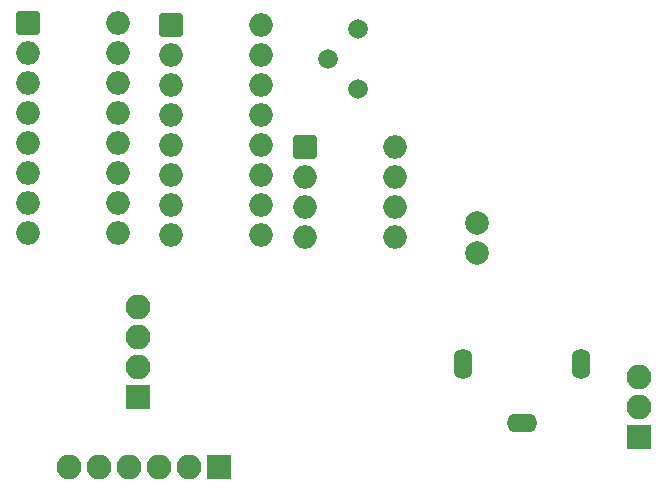
<source format=gbr>
G04 #@! TF.GenerationSoftware,KiCad,Pcbnew,7.0.6*
G04 #@! TF.CreationDate,2024-01-05T11:00:05+01:00*
G04 #@! TF.ProjectId,SN76849 Arduino nano shield,534e3736-3834-4392-9041-726475696e6f,20180905 0.7.06*
G04 #@! TF.SameCoordinates,Original*
G04 #@! TF.FileFunction,Soldermask,Top*
G04 #@! TF.FilePolarity,Negative*
%FSLAX46Y46*%
G04 Gerber Fmt 4.6, Leading zero omitted, Abs format (unit mm)*
G04 Created by KiCad (PCBNEW 7.0.6) date 2024-01-05 11:00:05*
%MOMM*%
%LPD*%
G01*
G04 APERTURE LIST*
G04 Aperture macros list*
%AMRoundRect*
0 Rectangle with rounded corners*
0 $1 Rounding radius*
0 $2 $3 $4 $5 $6 $7 $8 $9 X,Y pos of 4 corners*
0 Add a 4 corners polygon primitive as box body*
4,1,4,$2,$3,$4,$5,$6,$7,$8,$9,$2,$3,0*
0 Add four circle primitives for the rounded corners*
1,1,$1+$1,$2,$3*
1,1,$1+$1,$4,$5*
1,1,$1+$1,$6,$7*
1,1,$1+$1,$8,$9*
0 Add four rect primitives between the rounded corners*
20,1,$1+$1,$2,$3,$4,$5,0*
20,1,$1+$1,$4,$5,$6,$7,0*
20,1,$1+$1,$6,$7,$8,$9,0*
20,1,$1+$1,$8,$9,$2,$3,0*%
G04 Aperture macros list end*
%ADD10RoundRect,0.200000X-0.800000X-0.800000X0.800000X-0.800000X0.800000X0.800000X-0.800000X0.800000X0*%
%ADD11O,2.000000X2.000000*%
%ADD12RoundRect,0.200000X0.850000X0.850000X-0.850000X0.850000X-0.850000X-0.850000X0.850000X-0.850000X0*%
%ADD13O,2.100000X2.100000*%
%ADD14C,1.660000*%
%ADD15C,2.000000*%
%ADD16O,1.600000X2.600000*%
%ADD17O,2.600000X1.600000*%
%ADD18RoundRect,0.200000X-0.850000X0.850000X-0.850000X-0.850000X0.850000X-0.850000X0.850000X0.850000X0*%
G04 APERTURE END LIST*
D10*
X52300000Y-34000000D03*
D11*
X52300000Y-36540000D03*
X52300000Y-39080000D03*
X52300000Y-41620000D03*
X59920000Y-41620000D03*
X59920000Y-39080000D03*
X59920000Y-36540000D03*
X59920000Y-34000000D03*
D12*
X80600000Y-58600000D03*
D13*
X80600000Y-56060000D03*
X80600000Y-53520000D03*
D14*
X56840000Y-29140000D03*
X54300000Y-26600000D03*
X56840000Y-24060000D03*
D15*
X66900000Y-40450000D03*
X66900000Y-42950000D03*
D16*
X65700000Y-52400000D03*
D17*
X70700000Y-57400000D03*
D16*
X75700000Y-52400000D03*
D18*
X45020000Y-61100000D03*
D13*
X42480000Y-61100000D03*
X39940000Y-61100000D03*
X37400000Y-61100000D03*
X34860000Y-61100000D03*
X32320000Y-61100000D03*
D10*
X28850000Y-23550000D03*
D11*
X28850000Y-26090000D03*
X28850000Y-28630000D03*
X28850000Y-31170000D03*
X28850000Y-33710000D03*
X28850000Y-36250000D03*
X28850000Y-38790000D03*
X28850000Y-41330000D03*
X36470000Y-41330000D03*
X36470000Y-38790000D03*
X36470000Y-36250000D03*
X36470000Y-33710000D03*
X36470000Y-31170000D03*
X36470000Y-28630000D03*
X36470000Y-26090000D03*
X36470000Y-23550000D03*
D10*
X41000000Y-23720000D03*
D11*
X41000000Y-26260000D03*
X41000000Y-28800000D03*
X41000000Y-31340000D03*
X41000000Y-33880000D03*
X41000000Y-36420000D03*
X41000000Y-38960000D03*
X41000000Y-41500000D03*
X48620000Y-41500000D03*
X48620000Y-38960000D03*
X48620000Y-36420000D03*
X48620000Y-33880000D03*
X48620000Y-31340000D03*
X48620000Y-28800000D03*
X48620000Y-26260000D03*
X48620000Y-23720000D03*
D12*
X38175000Y-55200000D03*
D13*
X38175000Y-52660000D03*
X38175000Y-50120000D03*
X38175000Y-47580000D03*
M02*

</source>
